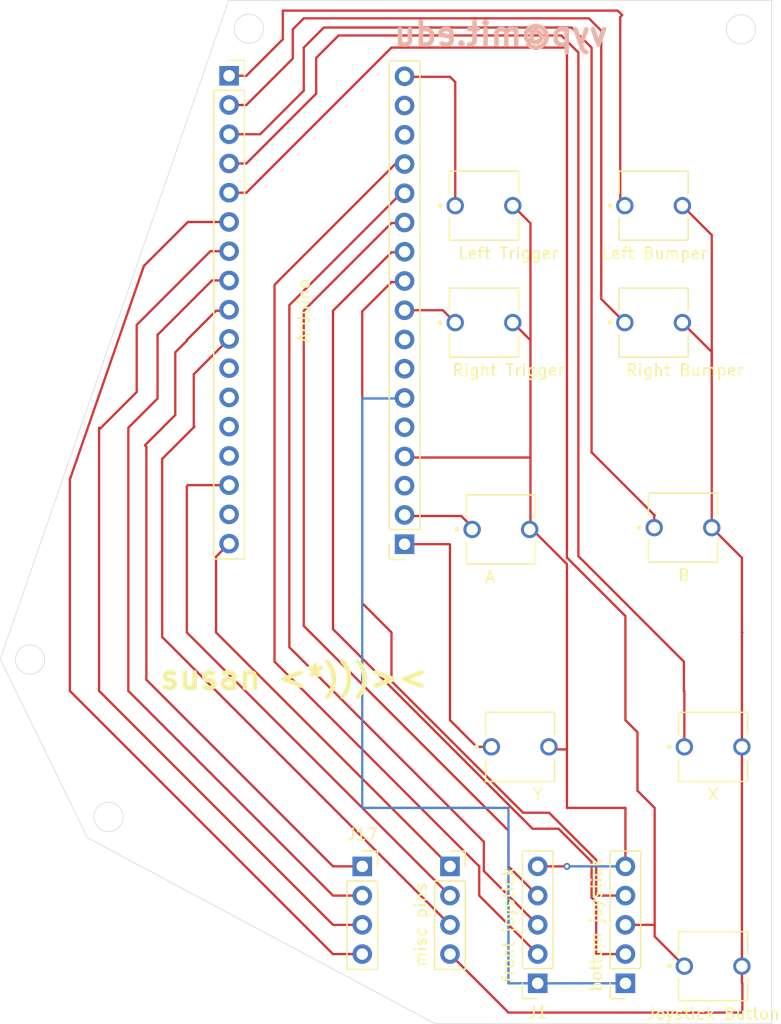
<source format=kicad_pcb>
(kicad_pcb (version 20240108) (generator "pcbnew") (generator_version "8.0")
  (layers (0 "F.Cu" signal) (31 "B.Cu" signal) (34 "B.Paste" user) (35 "F.Paste" user) (36 "B.SilkS" user "B.Silkscreen") (37 "F.SilkS" user "F.Silkscreen") (38 "B.Mask" user) (39 "F.Mask" user) (44 "Edge.Cuts" user))
  (net 0 "")
  (net 1 "/D8")
  (net 2 "/VCC")
  (net 3 "/A0")
  (net 4 "/GND")
  (net 5 "/A1")
  (net 6 "/D16")
  (net 7 "/D6")
  (net 8 "/D7")
  (net 9 "/D17")
  (net 10 "/D11")
  (net 11 "/D10")
  (net 12 "/D15")
  (net 13 "/RST")
  (net 14 "/D14")
  (net 15 "/D5")
  (net 16 "/D2")
  (net 17 "/D3")
  (net 18 "/D12")
  (net 19 "/D9")
  (net 20 "/D4")
  (net 21 "/3V")
  (net 22 "/A2")
  (net 23 "/NC")
  (net 24 "/D13")
  (net 25 "/VIN")
  (net 26 "/A3")
  (net 27 "/A5")
  (net 28 "/A4")
  (net 29 "/REF")
  (net 30 "/D0")
  (net 31 "/D1")
  (footprint "Downloads:SW_BUTT-2" (layer "F.Cu") (at 88.243682 92.654749)
    (property "Reference" "SW13")
    (property "Value" "A" (at -0.949 4.135 0) (layer "F.SilkS"))
    (fp_line (start -3 -3) (end 3 -3) (stroke (width 0.127)) (layer "F.SilkS"))
    (fp_line (start -3 -1.075) (end -3 -3) (stroke (width 0.127)) (layer "F.SilkS"))
    (fp_line (start -3 3) (end -3 1.075) (stroke (width 0.127)) (layer "F.SilkS"))
    (fp_line (start 3 -3) (end 3 -1.075) (stroke (width 0.127)) (layer "F.SilkS"))
    (fp_line (start 3 1.075) (end 3 3) (stroke (width 0.127)) (layer "F.SilkS"))
    (fp_line (start 3 3) (end -3 3) (stroke (width 0.127)) (layer "F.SilkS"))
    (fp_circle (center -3.8 0) (end -3.7 0) (stroke (width 0.2)) (fill none) (layer "F.SilkS"))
    (pad "1" thru_hole circle (at -2.5 0) (size 1.508 1.508) (drill 1) (layers "*.Cu" "*.Mask") (net 14 "/D14"))
    (pad "2" thru_hole circle (at 2.5 0) (size 1.508 1.508) (drill 1) (layers "*.Cu" "*.Mask") (net 4 "/GND"))
  )
  (footprint "Connector_PinSocket_2.54mm:PinSocket_1x17_P2.54mm_Vertical" (layer "F.Cu") (at 79.873417 93.935455 180)
    (property "Reference" "J4")
    (property "Value" "Arduino" (at 8.753417 20.275455 -90) (layer "F.SilkS"))
    (fp_line (start 1.33 1.27) (end 1.33 41.97) (stroke (width 0.12)) (layer "F.SilkS"))
    (fp_line (start 1.33 -1.33) (end 1.33 0) (stroke (width 0.12)) (layer "F.SilkS"))
    (fp_line (start 0 -1.33) (end 1.33 -1.33) (stroke (width 0.12)) (layer "F.SilkS"))
    (fp_line (start -1.33 41.97) (end 1.33 41.97) (stroke (width 0.12)) (layer "F.SilkS"))
    (fp_line (start -1.33 1.27) (end 1.33 1.27) (stroke (width 0.12)) (layer "F.SilkS"))
    (fp_line (start -1.33 1.27) (end -1.33 41.97) (stroke (width 0.12)) (layer "F.SilkS"))
    (pad "1" thru_hole rect (at 0 0 180) (size 1.7 1.7) (drill 1) (layers "*.Cu" "*.Mask") (net 12 "/D15"))
    (pad "2" thru_hole oval (at 0 2.54 180) (size 1.7 1.7) (drill 1) (layers "*.Cu" "*.Mask") (net 14 "/D14"))
    (pad "3" thru_hole oval (at 0 5.08 180) (size 1.7 1.7) (drill 1) (layers "*.Cu" "*.Mask") (net 25 "/VIN"))
    (pad "4" thru_hole oval (at 0 7.62 180) (size 1.7 1.7) (drill 1) (layers "*.Cu" "*.Mask") (net 4 "/GND"))
    (pad "5" thru_hole oval (at 0 10.16 180) (size 1.7 1.7) (drill 1) (layers "*.Cu" "*.Mask") (net 13 "/RST"))
    (pad "6" thru_hole oval (at 0 12.7 180) (size 1.7 1.7) (drill 1) (layers "*.Cu" "*.Mask") (net 2 "/VCC"))
    (pad "7" thru_hole oval (at 0 15.24 180) (size 1.7 1.7) (drill 1) (layers "*.Cu" "*.Mask") (net 23 "/NC"))
    (pad "8" thru_hole oval (at 0 17.78 180) (size 1.7 1.7) (drill 1) (layers "*.Cu" "*.Mask") (net 23 "/NC"))
    (pad "9" thru_hole oval (at 0 20.32 180) (size 1.7 1.7) (drill 1) (layers "*.Cu" "*.Mask") (net 27 "/A5"))
    (pad "10" thru_hole oval (at 0 22.86 180) (size 1.7 1.7) (drill 1) (layers "*.Cu" "*.Mask") (net 28 "/A4"))
    (pad "11" thru_hole oval (at 0 25.4 180) (size 1.7 1.7) (drill 1) (layers "*.Cu" "*.Mask") (net 26 "/A3"))
    (pad "12" thru_hole oval (at 0 27.94 180) (size 1.7 1.7) (drill 1) (layers "*.Cu" "*.Mask") (net 22 "/A2"))
    (pad "13" thru_hole oval (at 0 30.48 180) (size 1.7 1.7) (drill 1) (layers "*.Cu" "*.Mask") (net 5 "/A1"))
    (pad "14" thru_hole oval (at 0 33.02 180) (size 1.7 1.7) (drill 1) (layers "*.Cu" "*.Mask") (net 3 "/A0"))
    (pad "15" thru_hole oval (at 0 35.56 180) (size 1.7 1.7) (drill 1) (layers "*.Cu" "*.Mask") (net 29 "/REF"))
    (pad "16" thru_hole oval (at 0 38.1 180) (size 1.7 1.7) (drill 1) (layers "*.Cu" "*.Mask") (net 21 "/3V"))
    (pad "17" thru_hole oval (at 0 40.64 180) (size 1.7 1.7) (drill 1) (layers "*.Cu" "*.Mask") (net 24 "/D13"))
  )
  (footprint "Downloads:SW_BUTT-2" (layer "F.Cu") (at 89.916 111.539427)
    (property "Reference" "SW15")
    (property "Value" "Y" (at 1.524 4.135 0) (layer "F.SilkS"))
    (fp_line (start -3 -3) (end 3 -3) (stroke (width 0.127)) (layer "F.SilkS"))
    (fp_line (start -3 -1.075) (end -3 -3) (stroke (width 0.127)) (layer "F.SilkS"))
    (fp_line (start -3 3) (end -3 1.075) (stroke (width 0.127)) (layer "F.SilkS"))
    (fp_line (start 3 -3) (end 3 -1.075) (stroke (width 0.127)) (layer "F.SilkS"))
    (fp_line (start 3 1.075) (end 3 3) (stroke (width 0.127)) (layer "F.SilkS"))
    (fp_line (start 3 3) (end -3 3) (stroke (width 0.127)) (layer "F.SilkS"))
    (fp_circle (center -3.8 0) (end -3.7 0) (stroke (width 0.2)) (fill none) (layer "F.SilkS"))
    (pad "1" thru_hole circle (at -2.5 0) (size 1.508 1.508) (drill 1) (layers "*.Cu" "*.Mask") (net 12 "/D15"))
    (pad "2" thru_hole circle (at 2.5 0) (size 1.508 1.508) (drill 1) (layers "*.Cu" "*.Mask") (net 4 "/GND"))
  )
  (footprint "Downloads:SW_BUTT-2" (layer "F.Cu") (at 86.777054 64.530823)
    (property "Reference" "SW1")
    (property "Value" "Left Trigger" (at 2.122946 4.135 0) (layer "F.SilkS"))
    (fp_line (start -3 -3) (end 3 -3) (stroke (width 0.127)) (layer "F.SilkS"))
    (fp_line (start -3 -1.075) (end -3 -3) (stroke (width 0.127)) (layer "F.SilkS"))
    (fp_line (start -3 3) (end -3 1.075) (stroke (width 0.127)) (layer "F.SilkS"))
    (fp_line (start 3 -3) (end 3 -1.075) (stroke (width 0.127)) (layer "F.SilkS"))
    (fp_line (start 3 1.075) (end 3 3) (stroke (width 0.127)) (layer "F.SilkS"))
    (fp_line (start 3 3) (end -3 3) (stroke (width 0.127)) (layer "F.SilkS"))
    (fp_circle (center -3.8 0) (end -3.7 0) (stroke (width 0.2)) (fill none) (layer "F.SilkS"))
    (pad "1" thru_hole circle (at -2.5 0) (size 1.508 1.508) (drill 1) (layers "*.Cu" "*.Mask") (net 24 "/D13"))
    (pad "2" thru_hole circle (at 2.5 0) (size 1.508 1.508) (drill 1) (layers "*.Cu" "*.Mask") (net 4 "/GND"))
  )
  (footprint "Downloads:SW_BUTT-2" (layer "F.Cu") (at 86.777054 74.690823)
    (property "Reference" "SW2")
    (property "Value" "Right Trigger" (at 2.122946 4.135 0) (layer "F.SilkS"))
    (fp_line (start -3 -3) (end 3 -3) (stroke (width 0.127)) (layer "F.SilkS"))
    (fp_line (start -3 -1.075) (end -3 -3) (stroke (width 0.127)) (layer "F.SilkS"))
    (fp_line (start -3 3) (end -3 1.075) (stroke (width 0.127)) (layer "F.SilkS"))
    (fp_line (start 3 -3) (end 3 -1.075) (stroke (width 0.127)) (layer "F.SilkS"))
    (fp_line (start 3 1.075) (end 3 3) (stroke (width 0.127)) (layer "F.SilkS"))
    (fp_line (start 3 3) (end -3 3) (stroke (width 0.127)) (layer "F.SilkS"))
    (fp_circle (center -3.8 0) (end -3.7 0) (stroke (width 0.2)) (fill none) (layer "F.SilkS"))
    (pad "1" thru_hole circle (at -2.5 0) (size 1.508 1.508) (drill 1) (layers "*.Cu" "*.Mask") (net 27 "/A5"))
    (pad "2" thru_hole circle (at 2.5 0) (size 1.508 1.508) (drill 1) (layers "*.Cu" "*.Mask") (net 4 "/GND"))
  )
  (footprint "Downloads:SW_BUTT-2" (layer "F.Cu") (at 104.060425 92.499983)
    (property "Reference" "SW16")
    (property "Value" "B" (at 0.079575 4.135 0) (layer "F.SilkS"))
    (fp_line (start -3 -3) (end 3 -3) (stroke (width 0.127)) (layer "F.SilkS"))
    (fp_line (start -3 -1.075) (end -3 -3) (stroke (width 0.127)) (layer "F.SilkS"))
    (fp_line (start -3 3) (end -3 1.075) (stroke (width 0.127)) (layer "F.SilkS"))
    (fp_line (start 3 -3) (end 3 -1.075) (stroke (width 0.127)) (layer "F.SilkS"))
    (fp_line (start 3 1.075) (end 3 3) (stroke (width 0.127)) (layer "F.SilkS"))
    (fp_line (start 3 3) (end -3 3) (stroke (width 0.127)) (layer "F.SilkS"))
    (fp_circle (center -3.8 0) (end -3.7 0) (stroke (width 0.2)) (fill none) (layer "F.SilkS"))
    (pad "1" thru_hole circle (at -2.5 0) (size 1.508 1.508) (drill 1) (layers "*.Cu" "*.Mask") (net 11 "/D10"))
    (pad "2" thru_hole circle (at 2.5 0) (size 1.508 1.508) (drill 1) (layers "*.Cu" "*.Mask") (net 4 "/GND"))
  )
  (footprint "Connector_PinSocket_2.54mm:PinSocket_1x05_P2.54mm_Vertical" (layer "F.Cu") (at 91.44 132.08 180)
    (property "Reference" "J1" (at 0 -2.54 180) (layer "F.SilkS"))
    (property "Value" "front joystick" (at 2.54 5.08 -90) (layer "F.SilkS"))
    (fp_line (start 1.33 1.27) (end 1.33 11.49) (stroke (width 0.12)) (layer "F.SilkS"))
    (fp_line (start 1.33 -1.33) (end 1.33 0) (stroke (width 0.12)) (layer "F.SilkS"))
    (fp_line (start 0 -1.33) (end 1.33 -1.33) (stroke (width 0.12)) (layer "F.SilkS"))
    (fp_line (start -1.33 11.49) (end 1.33 11.49) (stroke (width 0.12)) (layer "F.SilkS"))
    (fp_line (start -1.33 1.27) (end 1.33 1.27) (stroke (width 0.12)) (layer "F.SilkS"))
    (fp_line (start -1.33 1.27) (end -1.33 11.49) (stroke (width 0.12)) (layer "F.SilkS"))
    (pad "1" thru_hole rect (at 0 0 180) (size 1.7 1.7) (drill 1) (layers "*.Cu" "*.Mask") (net 2 "/VCC"))
    (pad "2" thru_hole oval (at 0 2.54 180) (size 1.7 1.7) (drill 1) (layers "*.Cu" "*.Mask") (net 3 "/A0"))
    (pad "3" thru_hole oval (at 0 5.08 180) (size 1.7 1.7) (drill 1) (layers "*.Cu" "*.Mask") (net 5 "/A1"))
    (pad "4" thru_hole oval (at 0 7.62 180) (size 1.7 1.7) (drill 1) (layers "*.Cu" "*.Mask") (net 22 "/A2"))
    (pad "5" thru_hole oval (at 0 10.16 180) (size 1.7 1.7) (drill 1) (layers "*.Cu" "*.Mask") (net 4 "/GND"))
  )
  (footprint "Downloads:SW_BUTT-2" (layer "F.Cu") (at 101.509054 64.530823)
    (property "Reference" "SW4" (hide yes))
    (property "Value" "Left Bumper" (at 0.090946 4.135 0) (layer "F.SilkS"))
    (fp_line (start -3 -3) (end 3 -3) (stroke (width 0.127)) (layer "F.SilkS"))
    (fp_line (start -3 -1.075) (end -3 -3) (stroke (width 0.127)) (layer "F.SilkS"))
    (fp_line (start -3 3) (end -3 1.075) (stroke (width 0.127)) (layer "F.SilkS"))
    (fp_line (start 3 -3) (end 3 -1.075) (stroke (width 0.127)) (layer "F.SilkS"))
    (fp_line (start 3 1.075) (end 3 3) (stroke (width 0.127)) (layer "F.SilkS"))
    (fp_line (start 3 3) (end -3 3) (stroke (width 0.127)) (layer "F.SilkS"))
    (fp_circle (center -3.8 0) (end -3.7 0) (stroke (width 0.2)) (fill none) (layer "F.SilkS"))
    (pad "1" thru_hole circle (at -2.5 0) (size 1.508 1.508) (drill 1) (layers "*.Cu" "*.Mask") (net 18 "/D12"))
    (pad "2" thru_hole circle (at 2.5 0) (size 1.508 1.508) (drill 1) (layers "*.Cu" "*.Mask") (net 4 "/GND"))
  )
  (footprint "Downloads:SW_BUTT-2" (layer "F.Cu") (at 106.68 111.539427)
    (property "Reference" "SW14")
    (property "Value" "X" (at 0 4.135 0) (layer "F.SilkS"))
    (fp_line (start -3 -3) (end 3 -3) (stroke (width 0.127)) (layer "F.SilkS"))
    (fp_line (start -3 -1.075) (end -3 -3) (stroke (width 0.127)) (layer "F.SilkS"))
    (fp_line (start -3 3) (end -3 1.075) (stroke (width 0.127)) (layer "F.SilkS"))
    (fp_line (start 3 -3) (end 3 -1.075) (stroke (width 0.127)) (layer "F.SilkS"))
    (fp_line (start 3 1.075) (end 3 3) (stroke (width 0.127)) (layer "F.SilkS"))
    (fp_line (start 3 3) (end -3 3) (stroke (width 0.127)) (layer "F.SilkS"))
    (fp_circle (center -3.8 0) (end -3.7 0) (stroke (width 0.2)) (fill none) (layer "F.SilkS"))
    (pad "1" thru_hole circle (at -2.5 0) (size 1.508 1.508) (drill 1) (layers "*.Cu" "*.Mask") (net 19 "/D9"))
    (pad "2" thru_hole circle (at 2.5 0) (size 1.508 1.508) (drill 1) (layers "*.Cu" "*.Mask") (net 4 "/GND"))
  )
  (footprint "Downloads:SW_BUTT-2" (layer "F.Cu") (at 106.68 130.589427)
    (property "Reference" "SW7")
    (property "Value" "Joystick Button" (at 0 4.135 0) (layer "F.SilkS"))
    (fp_line (start -3 -3) (end 3 -3) (stroke (width 0.127)) (layer "F.SilkS"))
    (fp_line (start -3 -1.075) (end -3 -3) (stroke (width 0.127)) (layer "F.SilkS"))
    (fp_line (start -3 3) (end -3 1.075) (stroke (width 0.127)) (layer "F.SilkS"))
    (fp_line (start 3 -3) (end 3 -1.075) (stroke (width 0.127)) (layer "F.SilkS"))
    (fp_line (start 3 1.075) (end 3 3) (stroke (width 0.127)) (layer "F.SilkS"))
    (fp_line (start 3 3) (end -3 3) (stroke (width 0.127)) (layer "F.SilkS"))
    (fp_circle (center -3.8 0) (end -3.7 0) (stroke (width 0.2)) (fill none) (layer "F.SilkS"))
    (pad "1" thru_hole circle (at -2.5 0) (size 1.508 1.508) (drill 1) (layers "*.Cu" "*.Mask") (net 1 "/D8"))
    (pad "2" thru_hole circle (at 2.5 0) (size 1.508 1.508) (drill 1) (layers "*.Cu" "*.Mask") (net 4 "/GND"))
  )
  (footprint "Connector_PinSocket_2.54mm:PinSocket_1x04_P2.54mm_Vertical" (layer "F.Cu") (at 76.2 121.92)
    (property "Reference" "J17" (at 0 -2.77 0) (layer "F.SilkS"))
    (property "Value" "d-pad pins")
    (fp_line (start -1.33 1.27) (end -1.33 8.95) (stroke (width 0.12)) (layer "F.SilkS"))
    (fp_line (start -1.33 1.27) (end 1.33 1.27) (stroke (width 0.12)) (layer "F.SilkS"))
    (fp_line (start -1.33 8.95) (end 1.33 8.95) (stroke (width 0.12)) (layer "F.SilkS"))
    (fp_line (start 0 -1.33) (end 1.33 -1.33) (stroke (width 0.12)) (layer "F.SilkS"))
    (fp_line (start 1.33 -1.33) (end 1.33 0) (stroke (width 0.12)) (layer "F.SilkS"))
    (fp_line (start 1.33 1.27) (end 1.33 8.95) (stroke (width 0.12)) (layer "F.SilkS"))
    (pad "1" thru_hole rect (at 0 0) (size 1.7 1.7) (drill 1) (layers "*.Cu" "*.Mask") (net 20 "/D4"))
    (pad "2" thru_hole oval (at 0 2.54) (size 1.7 1.7) (drill 1) (layers "*.Cu" "*.Mask") (net 15 "/D5"))
    (pad "3" thru_hole oval (at 0 5.08) (size 1.7 1.7) (drill 1) (layers "*.Cu" "*.Mask") (net 7 "/D6"))
    (pad "4" thru_hole oval (at 0 7.62) (size 1.7 1.7) (drill 1) (layers "*.Cu" "*.Mask") (net 8 "/D7"))
  )
  (footprint "Connector_PinSocket_2.54mm:PinSocket_1x05_P2.54mm_Vertical" (layer "F.Cu") (at 99.06 132.08 180)
    (property "Reference" "J2" (hide yes))
    (property "Value" "bottom joystick" (at 2.54 5.08 -90) (layer "F.SilkS"))
    (fp_line (start 1.33 1.27) (end 1.33 11.49) (stroke (width 0.12)) (layer "F.SilkS"))
    (fp_line (start 1.33 -1.33) (end 1.33 0) (stroke (width 0.12)) (layer "F.SilkS"))
    (fp_line (start 0 -1.33) (end 1.33 -1.33) (stroke (width 0.12)) (layer "F.SilkS"))
    (fp_line (start -1.33 11.49) (end 1.33 11.49) (stroke (width 0.12)) (layer "F.SilkS"))
    (fp_line (start -1.33 1.27) (end 1.33 1.27) (stroke (width 0.12)) (layer "F.SilkS"))
    (fp_line (start -1.33 1.27) (end -1.33 11.49) (stroke (width 0.12)) (layer "F.SilkS"))
    (pad "1" thru_hole rect (at 0 0 180) (size 1.7 1.7) (drill 1) (layers "*.Cu" "*.Mask") (net 2 "/VCC"))
    (pad "2" thru_hole oval (at 0 2.54 180) (size 1.7 1.7) (drill 1) (layers "*.Cu" "*.Mask") (net 26 "/A3"))
    (pad "3" thru_hole oval (at 0 5.08 180) (size 1.7 1.7) (drill 1) (layers "*.Cu" "*.Mask") (net 1 "/D8"))
    (pad "4" thru_hole oval (at 0 7.62 180) (size 1.7 1.7) (drill 1) (layers "*.Cu" "*.Mask") (net 28 "/A4"))
    (pad "5" thru_hole oval (at 0 10.16 180) (size 1.7 1.7) (drill 1) (layers "*.Cu" "*.Mask") (net 4 "/GND"))
  )
  (footprint "Connector_PinSocket_2.54mm:PinSocket_1x04_P2.54mm_Vertical" (layer "F.Cu") (at 83.82 121.92)
    (property "Reference" "J18")
    (property "Value" "misc pins" (at -2.54 5.08 90) (layer "F.SilkS"))
    (fp_line (start -1.33 1.27) (end -1.33 8.95) (stroke (width 0.12)) (layer "F.SilkS"))
    (fp_line (start -1.33 1.27) (end 1.33 1.27) (stroke (width 0.12)) (layer "F.SilkS"))
    (fp_line (start -1.33 8.95) (end 1.33 8.95) (stroke (width 0.12)) (layer "F.SilkS"))
    (fp_line (start 0 -1.33) (end 1.33 -1.33) (stroke (width 0.12)) (layer "F.SilkS"))
    (fp_line (start 1.33 -1.33) (end 1.33 0) (stroke (width 0.12)) (layer "F.SilkS"))
    (fp_line (start 1.33 1.27) (end 1.33 8.95) (stroke (width 0.12)) (layer "F.SilkS"))
    (pad "1" thru_hole rect (at 0 0) (size 1.7 1.7) (drill 1) (layers "*.Cu" "*.Mask") (net 6 "/D16"))
    (pad "2" thru_hole oval (at 0 2.54) (size 1.7 1.7) (drill 1) (layers "*.Cu" "*.Mask") (net 31 "/D1"))
    (pad "3" thru_hole oval (at 0 5.08) (size 1.7 1.7) (drill 1) (layers "*.Cu" "*.Mask") (net 17 "/D3"))
    (pad "4" thru_hole oval (at 0 7.62) (size 1.7 1.7) (drill 1) (layers "*.Cu" "*.Mask") (net 4 "/GND"))
  )
  (footprint "Downloads:SW_BUTT-2" (layer "F.Cu") (at 101.509054 74.690823)
    (property "Reference" "SW3")
    (property "Value" "Right Bumper" (at 2.715 4.135 0) (layer "F.SilkS"))
    (fp_line (start -3 -3) (end 3 -3) (stroke (width 0.127)) (layer "F.SilkS"))
    (fp_line (start -3 -1.075) (end -3 -3) (stroke (width 0.127)) (layer "F.SilkS"))
    (fp_line (start -3 3) (end -3 1.075) (stroke (width 0.127)) (layer "F.SilkS"))
    (fp_line (start 3 -3) (end 3 -1.075) (stroke (width 0.127)) (layer "F.SilkS"))
    (fp_line (start 3 1.075) (end 3 3) (stroke (width 0.127)) (layer "F.SilkS"))
    (fp_line (start 3 3) (end -3 3) (stroke (width 0.127)) (layer "F.SilkS"))
    (fp_circle (center -3.8 0) (end -3.7 0) (stroke (width 0.2)) (fill none) (layer "F.SilkS"))
    (pad "1" thru_hole circle (at -2.5 0) (size 1.508 1.508) (drill 1) (layers "*.Cu" "*.Mask") (net 10 "/D11"))
    (pad "2" thru_hole circle (at 2.5 0) (size 1.508 1.508) (drill 1) (layers "*.Cu" "*.Mask") (net 4 "/GND"))
  )
  (footprint "Connector_PinSocket_2.54mm:PinSocket_1x17_P2.54mm_Vertical" (layer "F.Cu") (at 64.633417 53.248045)
    (property "Reference" "J3")
    (property "Value" "Conn_01x17_Pin" (hide yes))
    (fp_line (start -1.33 1.27) (end -1.33 41.97) (stroke (width 0.12)) (layer "F.SilkS"))
    (fp_line (start -1.33 1.27) (end 1.33 1.27) (stroke (width 0.12)) (layer "F.SilkS"))
    (fp_line (start -1.33 41.97) (end 1.33 41.97) (stroke (width 0.12)) (layer "F.SilkS"))
    (fp_line (start 0 -1.33) (end 1.33 -1.33) (stroke (width 0.12)) (layer "F.SilkS"))
    (fp_line (start 1.33 -1.33) (end 1.33 0) (stroke (width 0.12)) (layer "F.SilkS"))
    (fp_line (start 1.33 1.27) (end 1.33 41.97) (stroke (width 0.12)) (layer "F.SilkS"))
    (pad "1" thru_hole rect (at 0 0) (size 1.7 1.7) (drill 1) (layers "*.Cu" "*.Mask") (net 18 "/D12"))
    (pad "2" thru_hole oval (at 0 2.54) (size 1.7 1.7) (drill 1) (layers "*.Cu" "*.Mask") (net 10 "/D11"))
    (pad "3" thru_hole oval (at 0 5.08) (size 1.7 1.7) (drill 1) (layers "*.Cu" "*.Mask") (net 11 "/D10"))
    (pad "4" thru_hole oval (at 0 7.62) (size 1.7 1.7) (drill 1) (layers "*.Cu" "*.Mask") (net 19 "/D9"))
    (pad "5" thru_hole oval (at 0 10.16) (size 1.7 1.7) (drill 1) (layers "*.Cu" "*.Mask") (net 1 "/D8"))
    (pad "6" thru_hole oval (at 0 12.7) (size 1.7 1.7) (drill 1) (layers "*.Cu" "*.Mask") (net 8 "/D7"))
    (pad "7" thru_hole oval (at 0 15.24) (size 1.7 1.7) (drill 1) (layers "*.Cu" "*.Mask") (net 7 "/D6"))
    (pad "8" thru_hole oval (at 0 17.78) (size 1.7 1.7) (drill 1) (layers "*.Cu" "*.Mask") (net 15 "/D5"))
    (pad "9" thru_hole oval (at 0 20.32) (size 1.7 1.7) (drill 1) (layers "*.Cu" "*.Mask") (net 20 "/D4"))
    (pad "10" thru_hole oval (at 0 22.86) (size 1.7 1.7) (drill 1) (layers "*.Cu" "*.Mask") (net 17 "/D3"))
    (pad "11" thru_hole oval (at 0 25.4) (size 1.7 1.7) (drill 1) (layers "*.Cu" "*.Mask") (net 16 "/D2"))
    (pad "12" thru_hole oval (at 0 27.94) (size 1.7 1.7) (drill 1) (layers "*.Cu" "*.Mask") (net 4 "/GND"))
    (pad "13" thru_hole oval (at 0 30.48) (size 1.7 1.7) (drill 1) (layers "*.Cu" "*.Mask") (net 13 "/RST"))
    (pad "14" thru_hole oval (at 0 33.02) (size 1.7 1.7) (drill 1) (layers "*.Cu" "*.Mask") (net 30 "/D0"))
    (pad "15" thru_hole oval (at 0 35.56) (size 1.7 1.7) (drill 1) (layers "*.Cu" "*.Mask") (net 31 "/D1"))
    (pad "16" thru_hole oval (at 0 38.1) (size 1.7 1.7) (drill 1) (layers "*.Cu" "*.Mask") (net 9 "/D17"))
    (pad "17" thru_hole oval (at 0 40.64) (size 1.7 1.7) (drill 1) (layers "*.Cu" "*.Mask") (net 6 "/D16"))
  )
  (gr_line (start 64.6 46.69279) (end 44.757099 103.916044) (stroke (width 0.05)) (layer "Edge.Cuts"))
  (gr_line (start 64.6 46.69279) (end 111.76 46.69279) (stroke (width 0.05)) (layer "Edge.Cuts"))
  (gr_circle (center 109.106096 49.217965) (end 110.376096 49.217965) (stroke (width 0.05)) (fill none) (layer "Edge.Cuts"))
  (gr_line (start 111.76 135.59279) (end 82.55 135.59279) (stroke (width 0.05)) (layer "Edge.Cuts"))
  (gr_line (start 111.76 46.69279) (end 111.76 135.59279) (stroke (width 0.05)) (layer "Edge.Cuts"))
  (gr_line (start 82.547187 135.595639) (end 52.324 119.43279) (stroke (width 0.05)) (layer "Edge.Cuts"))
  (gr_line (start 44.757099 103.916044) (end 52.324 119.43279) (stroke (width 0.05)) (layer "Edge.Cuts"))
  (gr_circle (center 47.340021 103.953322) (end 46.070021 103.953322) (stroke (width 0.05)) (fill none) (layer "Edge.Cuts"))
  (gr_circle (center 54.152909 117.630356) (end 52.882909 117.630356) (stroke (width 0.05)) (fill none) (layer "Edge.Cuts"))
  (gr_circle (center 66.346944 49.162885) (end 66.346944 47.892885) (stroke (width 0.05)) (fill none) (layer "Edge.Cuts"))
  (gr_text "vyp@mit.edu" (at 78.74 50.8 0) (layer "B.SilkS") (effects (font (size 2 2) (thickness 0.4) (bold yes)) (justify right bottom mirror)))
  (gr_text "susan <*)))><\n" (at 58.42 106.68 0) (layer "F.SilkS") (effects (font (size 2 2) (thickness 0.4) (bold yes)) (justify left bottom)))
  (segment (start 66.131955 63.408045) (end 64.633417 63.408045) (width 0.2) (layer "F.Cu") (net 1))
  (segment (start 93.98 50.8) (end 78.74 50.8) (width 0.2) (layer "F.Cu") (net 1))
  (segment (start 101.6 127) (end 101.6 116.84) (width 0.2) (layer "F.Cu") (net 1))
  (segment (start 99.06 127) (end 101.6 127) (width 0.2) (layer "F.Cu") (net 1))
  (segment (start 100.106425 110.266425) (end 99.06 109.22) (width 0.2) (layer "F.Cu") (net 1))
  (segment (start 99.06 100.181872) (end 93.98 95.101872) (width 0.2) (layer "F.Cu") (net 1))
  (segment (start 100.106425 115.346425) (end 100.106425 110.266425) (width 0.2) (layer "F.Cu") (net 1))
  (segment (start 99.06 109.22) (end 99.06 100.181872) (width 0.2) (layer "F.Cu") (net 1))
  (segment (start 101.6 128.009427) (end 101.6 127) (width 0.2) (layer "F.Cu") (net 1))
  (segment (start 101.6 116.84) (end 100.106425 115.346425) (width 0.2) (layer "F.Cu") (net 1))
  (segment (start 78.74 50.8) (end 66.131955 63.408045) (width 0.2) (layer "F.Cu") (net 1))
  (segment (start 93.98 95.101872) (end 93.98 50.8) (width 0.2) (layer "F.Cu") (net 1))
  (segment (start 104.18 130.589427) (end 101.6 128.009427) (width 0.2) (layer "F.Cu") (net 1))
  (segment (start 91.44 132.08) (end 88.9 132.08) (width 0.2) (layer "B.Cu") (net 2))
  (segment (start 93.98 132.08) (end 91.44 132.08) (width 0.2) (layer "B.Cu") (net 2))
  (segment (start 76.2 81.28) (end 79.828872 81.28) (width 0.2) (layer "B.Cu") (net 2))
  (segment (start 76.2 116.84) (end 76.2 81.28) (width 0.2) (layer "B.Cu") (net 2))
  (segment (start 88.9 132.08) (end 88.9 116.84) (width 0.2) (layer "B.Cu") (net 2))
  (segment (start 88.9 116.84) (end 76.2 116.84) (width 0.2) (layer "B.Cu") (net 2))
  (segment (start 93.98 132.08) (end 99.06 132.08) (width 0.2) (layer "B.Cu") (net 2))
  (segment (start 79.828872 81.28) (end 79.873417 81.235455) (width 0.2) (layer "B.Cu") (net 2))
  (segment (start 68.58 104.14) (end 68.58 71.402843) (width 0.2) (layer "F.Cu") (net 3))
  (segment (start 68.58 71.402843) (end 79.067388 60.915455) (width 0.2) (layer "F.Cu") (net 3))
  (segment (start 86.36 121.92) (end 68.58 104.14) (width 0.2) (layer "F.Cu") (net 3))
  (segment (start 86.36 124.46) (end 86.36 121.92) (width 0.2) (layer "F.Cu") (net 3))
  (segment (start 91.44 129.54) (end 86.36 124.46) (width 0.2) (layer "F.Cu") (net 3))
  (segment (start 79.067388 60.915455) (end 79.873417 60.915455) (width 0.2) (layer "F.Cu") (net 3))
  (segment (start 104.009054 64.530823) (end 106.560425 67.082194) (width 0.2) (layer "F.Cu") (net 4))
  (segment (start 109.18 132.04) (end 109.18 130.589427) (width 0.2) (layer "F.Cu") (net 4))
  (segment (start 90.812425 66.066194) (end 90.812425 78.74) (width 0.2) (layer "F.Cu") (net 4))
  (segment (start 88.9 134.62) (end 109.22 134.62) (width 0.2) (layer "F.Cu") (net 4))
  (segment (start 90.812425 92.499983) (end 93.98 95.667558) (width 0.2) (layer "F.Cu") (net 4))
  (segment (start 99.06 116.84) (end 93.98 116.84) (width 0.2) (layer "F.Cu") (net 4))
  (segment (start 89.277054 74.690823) (end 90.812425 76.226194) (width 0.2) (layer "F.Cu") (net 4))
  (segment (start 79.965372 86.40741) (end 90.765015 86.40741) (width 0.2) (layer "F.Cu") (net 4))
  (segment (start 93.98 111.76) (end 92.636573 111.76) (width 0.2) (layer "F.Cu") (net 4))
  (segment (start 93.98 116.84) (end 93.98 111.76) (width 0.2) (layer "F.Cu") (net 4))
  (segment (start 106.560425 67.082194) (end 106.560425 78.74) (width 0.2) (layer "F.Cu") (net 4))
  (segment (start 90.765015 86.40741) (end 90.812425 86.36) (width 0.2) (layer "F.Cu") (net 4))
  (segment (start 79.873417 86.315455) (end 79.965372 86.40741) (width 0.2) (layer "F.Cu") (net 4))
  (segment (start 106.560425 77.242194) (end 106.560425 78.74) (width 0.2) (layer "F.Cu") (net 4))
  (segment (start 106.560425 78.74) (end 106.560425 92.499983) (width 0.2) (layer "F.Cu") (net 4))
  (segment (start 99.06 121.92) (end 99.06 116.84) (width 0.2) (layer "F.Cu") (net 4))
  (segment (start 91.44 121.92) (end 93.98 121.92) (width 0.2) (layer "F.Cu") (net 4))
  (segment (start 109.18 101.64) (end 109.18 95.119558) (width 0.2) (layer "F.Cu") (net 4))
  (segment (start 90.812425 78.74) (end 90.812425 92.499983) (width 0.2) (layer "F.Cu") (net 4))
  (segment (start 89.277054 64.530823) (end 90.812425 66.066194) (width 0.2) (layer "F.Cu") (net 4))
  (segment (start 109.22 134.62) (end 109.22 132.08) (width 0.2) (layer "F.Cu") (net 4))
  (segment (start 109.18 130.589427) (end 109.18 111.539427) (width 0.2) (layer "F.Cu") (net 4))
  (segment (start 109.18 95.119558) (end 106.560425 92.499983) (width 0.2) (layer "F.Cu") (net 4))
  (segment (start 92.636573 111.76) (end 92.416 111.539427) (width 0.2) (layer "F.Cu") (net 4))
  (segment (start 109.22 132.08) (end 109.18 132.04) (width 0.2) (layer "F.Cu") (net 4))
  (segment (start 83.82 129.54) (end 88.9 134.62) (width 0.2) (layer "F.Cu") (net 4))
  (segment (start 109.18 101.64) (end 109.22 101.6) (width 0.2) (layer "F.Cu") (net 4))
  (segment (start 90.812425 76.226194) (end 90.812425 78.74) (width 0.2) (layer "F.Cu") (net 4))
  (segment (start 104.009054 74.690823) (end 106.560425 77.242194) (width 0.2) (layer "F.Cu") (net 4))
  (segment (start 109.18 111.539427) (end 109.18 101.64) (width 0.2) (layer "F.Cu") (net 4))
  (segment (start 93.98 95.667558) (end 93.98 111.76) (width 0.2) (layer "F.Cu") (net 4))
  (via (at 93.98 121.92) (size 0.6) (drill 0.3) (layers "F.Cu" "B.Cu") (net 4))
  (segment (start 93.98 121.92) (end 99.06 121.92) (width 0.2) (layer "B.Cu") (net 4))
  (segment (start 86.76 122.32) (end 86.76 119.78) (width 0.2) (layer "F.Cu") (net 5))
  (segment (start 86.76 119.78) (end 69.866383 102.886383) (width 0.2) (layer "F.Cu") (net 5))
  (segment (start 79.584545 63.455455) (end 79.873417 63.455455) (width 0.2) (layer "F.Cu") (net 5))
  (segment (start 69.866383 73.173617) (end 79.584545 63.455455) (width 0.2) (layer "F.Cu") (net 5))
  (segment (start 91.44 127) (end 86.76 122.32) (width 0.2) (layer "F.Cu") (net 5))
  (segment (start 69.866383 102.886383) (end 69.866383 73.173617) (width 0.2) (layer "F.Cu") (net 5))
  (segment (start 83.82 121.92) (end 63.5 101.6) (width 0.2) (layer "F.Cu") (net 6))
  (segment (start 63.5 101.6) (end 63.5 95.021462) (width 0.2) (layer "F.Cu") (net 6))
  (segment (start 63.5 95.021462) (end 64.633417 93.888045) (width 0.2) (layer "F.Cu") (net 6))
  (segment (start 56.608278 80.719322) (end 55.9638 81.3638) (width 0.2) (layer "F.Cu") (net 7))
  (segment (start 56.608278 74.886316) (end 56.608278 80.719322) (width 0.2) (layer "F.Cu") (net 7))
  (segment (start 64.633417 68.488045) (end 63.006549 68.488045) (width 0.2) (layer "F.Cu") (net 7))
  (segment (start 53.34 83.9876) (end 53.34 83.82) (width 0.2) (layer "F.Cu") (net 7))
  (segment (start 55.9638 81.3638) (end 53.34 83.9876) (width 0.2) (layer "F.Cu") (net 7))
  (segment (start 73.66 127) (end 53.34 106.68) (width 0.2) (layer "F.Cu") (net 7))
  (segment (start 63.006549 68.488045) (end 56.608278 74.886316) (width 0.2) (layer "F.Cu") (net 7))
  (segment (start 76.2 127) (end 73.66 127) (width 0.2) (layer "F.Cu") (net 7))
  (segment (start 53.34 106.68) (end 53.34 83.9876) (width 0.2) (layer "F.Cu") (net 7))
  (segment (start 55.88 73.671023) (end 55.885851 73.654149) (width 0.2) (layer "F.Cu") (net 8))
  (segment (start 50.8 88.320802) (end 57.234179 69.765821) (width 0.2) (layer "F.Cu") (net 8))
  (segment (start 57.234179 69.765821) (end 61.051955 65.948045) (width 0.2) (layer "F.Cu") (net 8))
  (segment (start 50.8 106.68) (end 50.8 88.320802) (width 0.2) (layer "F.Cu") (net 8))
  (segment (start 76.2 129.54) (end 73.66 129.54) (width 0.2) (layer "F.Cu") (net 8))
  (segment (start 61.051955 65.948045) (end 64.633417 65.948045) (width 0.2) (layer "F.Cu") (net 8))
  (segment (start 73.66 129.54) (end 50.8 106.68) (width 0.2) (layer "F.Cu") (net 8))
  (segment (start 64.541462 91.44) (end 64.633417 91.348045) (width 0.2) (layer "F.Cu") (net 9))
  (segment (start 96.960106 49.334421) (end 96.960106 72.641875) (width 0.2) (layer "F.Cu") (net 10))
  (segment (start 95.885685 48.26) (end 96.960106 49.334421) (width 0.2) (layer "F.Cu") (net 10))
  (segment (start 70.166651 49.213349) (end 71.12 48.26) (width 0.2) (layer "F.Cu") (net 10))
  (segment (start 71.12 48.26) (end 95.885685 48.26) (width 0.2) (layer "F.Cu") (net 10))
  (segment (start 70.166651 51.753349) (end 70.166651 49.213349) (width 0.2) (layer "F.Cu") (net 10))
  (segment (start 64.633417 55.788045) (end 66.131955 55.788045) (width 0.2) (layer "F.Cu") (net 10))
  (segment (start 96.960106 72.641875) (end 99.009054 74.690823) (width 0.2) (layer "F.Cu") (net 10))
  (segment (start 66.131955 55.788045) (end 70.166651 51.753349) (width 0.2) (layer "F.Cu") (net 10))
  (segment (start 101.6 91.44) (end 101.560425 91.479575) (width 0.2) (layer "F.Cu") (net 11))
  (segment (start 64.633417 58.328045) (end 67.334036 58.328045) (width 0.2) (layer "F.Cu") (net 11))
  (segment (start 94.38 49.06) (end 96.12 50.8) (width 0.2) (layer "F.Cu") (net 11))
  (segment (start 71.12 54.542081) (end 71.12 50.8) (width 0.2) (layer "F.Cu") (net 11))
  (segment (start 96.12 50.8) (end 96.12 85.96) (width 0.2) (layer "F.Cu") (net 11))
  (segment (start 96.12 85.96) (end 101.6 91.44) (width 0.2) (layer "F.Cu") (net 11))
  (segment (start 67.334036 58.328045) (end 71.12 54.542081) (width 0.2) (layer "F.Cu") (net 11))
  (segment (start 101.560425 91.479575) (end 101.560425 92.499983) (width 0.2) (layer "F.Cu") (net 11))
  (segment (start 72.86 49.06) (end 94.38 49.06) (width 0.2) (layer "F.Cu") (net 11))
  (segment (start 71.12 50.8) (end 72.86 49.06) (width 0.2) (layer "F.Cu") (net 11))
  (segment (start 86.139427 111.539427) (end 83.82 109.22) (width 0.2) (layer "F.Cu") (net 12))
  (segment (start 83.775455 93.935455) (end 79.873417 93.935455) (width 0.2) (layer "F.Cu") (net 12))
  (segment (start 87.416 111.539427) (end 86.139427 111.539427) (width 0.2) (layer "F.Cu") (net 12))
  (segment (start 83.82 109.22) (end 83.82 93.98) (width 0.2) (layer "F.Cu") (net 12))
  (segment (start 83.82 93.98) (end 83.775455 93.935455) (width 0.2) (layer "F.Cu") (net 12))
  (segment (start 79.965372 91.48741) (end 84.799852 91.48741) (width 0.2) (layer "F.Cu") (net 14))
  (segment (start 79.873417 91.395455) (end 79.965372 91.48741) (width 0.2) (layer "F.Cu") (net 14))
  (segment (start 84.799852 91.48741) (end 85.812425 92.499983) (width 0.2) (layer "F.Cu") (net 14))
  (segment (start 73.66 124.46) (end 76.2 124.46) (width 0.2) (layer "F.Cu") (net 15))
  (segment (start 58.42 75.75396) (end 58.42 81.28) (width 0.2) (layer "F.Cu") (net 15))
  (segment (start 64.633417 71.028045) (end 63.145915 71.028045) (width 0.2) (layer "F.Cu") (net 15))
  (segment (start 58.42 81.28) (end 55.88 83.82) (width 0.2) (layer "F.Cu") (net 15))
  (segment (start 63.145915 71.028045) (end 58.42 75.75396) (width 0.2) (layer "F.Cu") (net 15))
  (segment (start 55.88 106.68) (end 73.66 124.46) (width 0.2) (layer "F.Cu") (net 15))
  (segment (start 55.88 83.82) (end 55.88 106.68) (width 0.2) (layer "F.Cu") (net 15))
  (segment (start 64.541462 78.74) (end 64.633417 78.648045) (width 0.2) (layer "F.Cu") (net 16))
  (segment (start 61.617641 83.728045) (end 58.82 86.525686) (width 0.2) (layer "F.Cu") (net 17))
  (segment (start 61.563737 83.674141) (end 61.617641 83.728045) (width 0.2) (layer "F.Cu") (net 17))
  (segment (start 64.633417 76.108045) (end 61.563737 79.177725) (width 0.2) (layer "F.Cu") (net 17))
  (segment (start 58.82 86.525686) (end 58.82 102) (width 0.2) (layer "F.Cu") (net 17))
  (segment (start 58.82 102) (end 83.82 127) (width 0.2) (layer "F.Cu") (net 17))
  (segment (start 61.563737 79.177725) (end 61.563737 83.674141) (width 0.2) (layer "F.Cu") (net 17))
  (segment (start 98.609054 48.14526) (end 98.609054 64.130823) (width 0.2) (layer "F.Cu") (net 18))
  (segment (start 98.389246 47.589246) (end 98.777157 47.977157) (width 0.2) (layer "F.Cu") (net 18))
  (segment (start 69.29876 50.08124) (end 69.29876 47.589246) (width 0.2) (layer "F.Cu") (net 18))
  (segment (start 69.29876 47.589246) (end 98.389246 47.589246) (width 0.2) (layer "F.Cu") (net 18))
  (segment (start 66.131955 53.248045) (end 69.29876 50.08124) (width 0.2) (layer "F.Cu") (net 18))
  (segment (start 64.633417 53.248045) (end 66.131955 53.248045) (width 0.2) (layer "F.Cu") (net 18))
  (segment (start 98.609054 64.130823) (end 99.009054 64.530823) (width 0.2) (layer "F.Cu") (net 18))
  (segment (start 98.777157 47.977157) (end 98.609054 48.14526) (width 0.2) (layer "F.Cu") (net 18))
  (segment (start 72.197679 54.802321) (end 72.197679 51.696636) (width 0.2) (layer "F.Cu") (net 19))
  (segment (start 72.197679 51.696636) (end 74.145671 49.748644) (width 0.2) (layer "F.Cu") (net 19))
  (segment (start 104.14 104.14) (end 104.14 106.68) (width 0.2) (layer "F.Cu") (net 19))
  (segment (start 94.972454 51.226769) (end 94.972454 94.972454) (width 0.2) (layer "F.Cu") (net 19))
  (segment (start 93.494329 49.748644) (end 94.972454 51.226769) (width 0.2) (layer "F.Cu") (net 19))
  (segment (start 66.131955 60.868045) (end 72.197679 54.802321) (width 0.2) (layer "F.Cu") (net 19))
  (segment (start 74.145671 49.748644) (end 93.494329 49.748644) (width 0.2) (layer "F.Cu") (net 19))
  (segment (start 104.14 106.68) (end 104.18 106.72) (width 0.2) (layer "F.Cu") (net 19))
  (segment (start 64.633417 60.868045) (end 66.131955 60.868045) (width 0.2) (layer "F.Cu") (net 19))
  (segment (start 94.972454 94.972454) (end 104.14 104.14) (width 0.2) (layer "F.Cu") (net 19))
  (segment (start 104.18 106.72) (end 104.18 111.539427) (width 0.2) (layer "F.Cu") (net 19))
  (segment (start 64.541462 73.66) (end 63.5 73.66) (width 0.2) (layer "F.Cu") (net 20))
  (segment (start 64.633417 73.568045) (end 64.541462 73.66) (width 0.2) (layer "F.Cu") (net 20))
  (segment (start 64.540279 73.661183) (end 64.633417 73.568045) (width 0.2) (layer "F.Cu") (net 20))
  (segment (start 59.956323 82.714558) (end 57.326691 85.34419) (width 0.2) (layer "F.Cu") (net 20))
  (segment (start 57.326691 85.34419) (end 57.446346 85.463845) (width 0.2) (layer "F.Cu") (net 20))
  (segment (start 57.446346 105.706346) (end 73.66 121.92) (width 0.2) (layer "F.Cu") (net 20))
  (segment (start 60.96 76.270955) (end 59.956323 77.274632) (width 0.2) (layer "F.Cu") (net 20))
  (segment (start 73.66 121.92) (end 76.2 121.92) (width 0.2) (layer "F.Cu") (net 20))
  (segment (start 63.5 73.66) (end 60.96 76.2) (width 0.2) (layer "F.Cu") (net 20))
  (segment (start 60.96 76.2) (end 60.96 76.270955) (width 0.2) (layer "F.Cu") (net 20))
  (segment (start 59.956323 77.274632) (end 59.956323 82.714558) (width 0.2) (layer "F.Cu") (net 20))
  (segment (start 57.446346 85.463845) (end 57.446346 105.706346) (width 0.2) (layer "F.Cu") (net 20))
  (segment (start 88.9 121.92) (end 88.9 118.814314) (width 0.2) (layer "F.Cu") (net 22))
  (segment (start 91.44 124.46) (end 88.9 121.92) (width 0.2) (layer "F.Cu") (net 22))
  (segment (start 79.828872 66.04) (end 79.873417 65.995455) (width 0.2) (layer "F.Cu") (net 22))
  (segment (start 88.9 118.814314) (end 71.12 101.034314) (width 0.2) (layer "F.Cu") (net 22))
  (segment (start 71.12 101.034314) (end 71.12 73.66) (width 0.2) (layer "F.Cu") (net 22))
  (segment (start 71.12 73.66) (end 78.74 66.04) (width 0.2) (layer "F.Cu") (net 22))
  (segment (start 78.74 66.04) (end 79.828872 66.04) (width 0.2) (layer "F.Cu") (net 22))
  (segment (start 79.917962 53.34) (end 79.873417 53.295455) (width 0.2) (layer "F.Cu") (net 24))
  (segment (start 83.82 53.34) (end 79.917962 53.34) (width 0.2) (layer "F.Cu") (net 24))
  (segment (start 84.277054 64.530823) (end 84.277054 53.797054) (width 0.2) (layer "F.Cu") (net 24))
  (segment (start 84.277054 53.797054) (end 83.82 53.34) (width 0.2) (layer "F.Cu") (net 24))
  (segment (start 96.12 121.52) (end 93.248628 118.648628) (width 0.2) (layer "F.Cu") (net 26))
  (segment (start 96.12 124.625685) (end 96.12 121.52) (width 0.2) (layer "F.Cu") (net 26))
  (segment (start 78.74 68.58) (end 79.828872 68.58) (width 0.2) (layer "F.Cu") (net 26))
  (segment (start 79.828872 68.58) (end 79.873417 68.535455) (width 0.2) (layer "F.Cu") (net 26))
  (segment (start 93.248628 118.648628) (end 90.991471 118.648628) (width 0.2) (layer "F.Cu") (net 26))
  (segment (start 96.52 129.54) (end 96.52 125.025685) (width 0.2) (layer "F.Cu") (net 26))
  (segment (start 73.66 101.317157) (end 73.66 73.66) (width 0.2) (layer "F.Cu") (net 26))
  (segment (start 99.06 129.54) (end 96.52 129.54) (width 0.2) (layer "F.Cu") (net 26))
  (segment (start 90.991471 118.648628) (end 73.66 101.317157) (width 0.2) (layer "F.Cu") (net 26))
  (segment (start 96.52 125.025685) (end 96.12 124.625685) (width 0.2) (layer "F.Cu") (net 26))
  (segment (start 73.66 73.66) (end 78.74 68.58) (width 0.2) (layer "F.Cu") (net 26))
  (segment (start 79.873417 73.615455) (end 83.201686 73.615455) (width 0.2) (layer "F.Cu") (net 27))
  (segment (start 83.201686 73.615455) (end 84.277054 74.690823) (width 0.2) (layer "F.Cu") (net 27))
  (segment (start 84.277054 74.690823) (end 84.277054 74.117054) (width 0.2) (layer "F.Cu") (net 27))
  (segment (start 76.2 99.06) (end 76.2 73.70741) (width 0.2) (layer "F.Cu") (net 28))
  (segment (start 90.17 117.261471) (end 78.74 105.831471) (width 0.2) (layer "F.Cu") (net 28))
  (segment (start 78.74 101.6) (end 76.2 99.06) (width 0.2) (layer "F.Cu") (net 28))
  (segment (start 96.52 124.46) (end 96.52 121.354315) (width 0.2) (layer "F.Cu") (net 28))
  (segment (start 76.2 73.70741) (end 78.74 71.16741) (width 0.2) (layer "F.Cu") (net 28))
  (segment (start 92.427156 117.261471) (end 90.17 117.261471) (width 0.2) (layer "F.Cu") (net 28))
  (segment (start 78.69259 71.16741) (end 78.74 71.16741) (width 0.2) (layer "F.Cu") (net 28))
  (segment (start 78.74 71.16741) (end 79.781462 71.16741) (width 0.2) (layer "F.Cu") (net 28))
  (segment (start 99.06 124.46) (end 96.52 124.46) (width 0.2) (layer "F.Cu") (net 28))
  (segment (start 78.74 105.831471) (end 78.74 101.6) (width 0.2) (layer "F.Cu") (net 28))
  (segment (start 79.781462 71.16741) (end 79.873417 71.075455) (width 0.2) (layer "F.Cu") (net 28))
  (segment (start 96.52 121.354315) (end 92.427156 117.261471) (width 0.2) (layer "F.Cu") (net 28))
  (segment (start 64.541462 86.36) (end 64.633417 86.268045) (width 0.2) (layer "F.Cu") (net 30))
  (segment (start 60.96 101.6) (end 60.96 88.9) (width 0.2) (layer "F.Cu") (net 31))
  (segment (start 61.051955 88.808045) (end 64.633417 88.808045) (width 0.2) (layer "F.Cu") (net 31))
  (segment (start 83.82 124.46) (end 60.96 101.6) (width 0.2) (layer "F.Cu") (net 31))
  (segment (start 60.96 88.9) (end 61.051955 88.808045) (width 0.2) (layer "F.Cu") (net 31))
  (segment (start 64.541462 88.9) (end 64.633417 88.808045) (width 0.2) (layer "F.Cu") (net 31))
)
</source>
